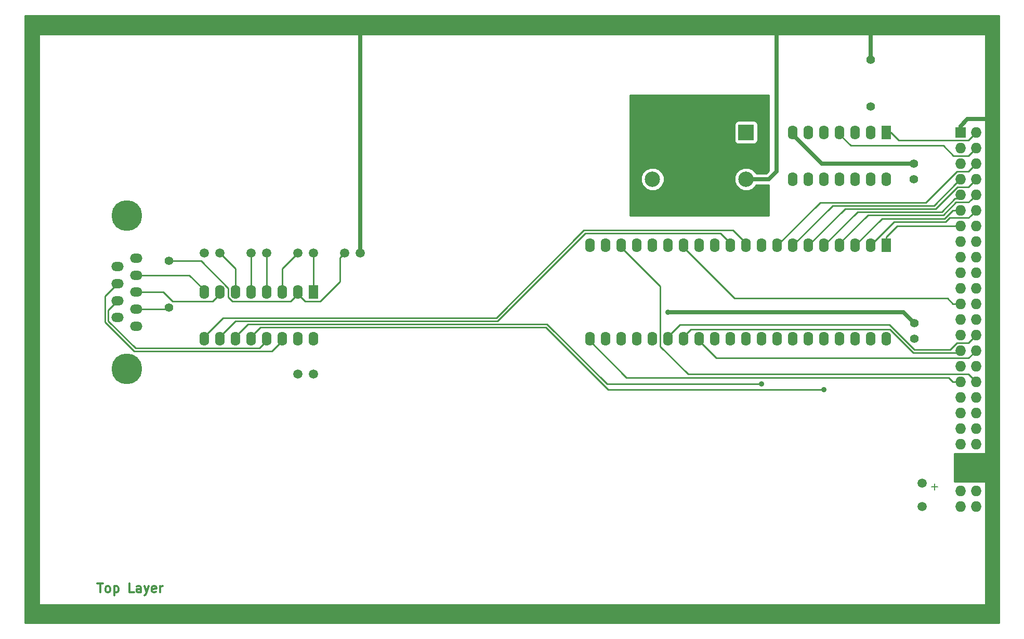
<source format=gbr>
%TF.FileFunction,Copper,L1,Top,Signal*%
%FSLAX46Y46*%
G04 Gerber Fmt 4.6, Leading zero omitted, Abs format (unit mm)*
G04 Created by KiCad (PCBNEW (2014-12-04 BZR 5312)-product) date Wed 04 Feb 2015 08:31:08 AM CET*
%MOMM*%
G01*
G04 APERTURE LIST*
%ADD10C,0.100000*%
%ADD11C,0.300000*%
%ADD12C,0.150000*%
%ADD13R,1.727200X1.727200*%
%ADD14O,1.727200X1.727200*%
%ADD15C,1.397000*%
%ADD16R,1.574800X2.286000*%
%ADD17O,1.574800X2.286000*%
%ADD18R,2.499360X2.499360*%
%ADD19C,2.499360*%
%ADD20C,1.501140*%
%ADD21C,5.001260*%
%ADD22O,1.998980X1.501140*%
%ADD23C,0.889000*%
%ADD24C,0.635000*%
%ADD25C,0.254000*%
G04 APERTURE END LIST*
D10*
D11*
X74688572Y-138878571D02*
X75545715Y-138878571D01*
X75117144Y-140378571D02*
X75117144Y-138878571D01*
X76260001Y-140378571D02*
X76117143Y-140307143D01*
X76045715Y-140235714D01*
X75974286Y-140092857D01*
X75974286Y-139664286D01*
X76045715Y-139521429D01*
X76117143Y-139450000D01*
X76260001Y-139378571D01*
X76474286Y-139378571D01*
X76617143Y-139450000D01*
X76688572Y-139521429D01*
X76760001Y-139664286D01*
X76760001Y-140092857D01*
X76688572Y-140235714D01*
X76617143Y-140307143D01*
X76474286Y-140378571D01*
X76260001Y-140378571D01*
X77402858Y-139378571D02*
X77402858Y-140878571D01*
X77402858Y-139450000D02*
X77545715Y-139378571D01*
X77831429Y-139378571D01*
X77974286Y-139450000D01*
X78045715Y-139521429D01*
X78117144Y-139664286D01*
X78117144Y-140092857D01*
X78045715Y-140235714D01*
X77974286Y-140307143D01*
X77831429Y-140378571D01*
X77545715Y-140378571D01*
X77402858Y-140307143D01*
X80617144Y-140378571D02*
X79902858Y-140378571D01*
X79902858Y-138878571D01*
X81760001Y-140378571D02*
X81760001Y-139592857D01*
X81688572Y-139450000D01*
X81545715Y-139378571D01*
X81260001Y-139378571D01*
X81117144Y-139450000D01*
X81760001Y-140307143D02*
X81617144Y-140378571D01*
X81260001Y-140378571D01*
X81117144Y-140307143D01*
X81045715Y-140164286D01*
X81045715Y-140021429D01*
X81117144Y-139878571D01*
X81260001Y-139807143D01*
X81617144Y-139807143D01*
X81760001Y-139735714D01*
X82331430Y-139378571D02*
X82688573Y-140378571D01*
X83045715Y-139378571D02*
X82688573Y-140378571D01*
X82545715Y-140735714D01*
X82474287Y-140807143D01*
X82331430Y-140878571D01*
X84188572Y-140307143D02*
X84045715Y-140378571D01*
X83760001Y-140378571D01*
X83617144Y-140307143D01*
X83545715Y-140164286D01*
X83545715Y-139592857D01*
X83617144Y-139450000D01*
X83760001Y-139378571D01*
X84045715Y-139378571D01*
X84188572Y-139450000D01*
X84260001Y-139592857D01*
X84260001Y-139735714D01*
X83545715Y-139878571D01*
X84902858Y-140378571D02*
X84902858Y-139378571D01*
X84902858Y-139664286D02*
X84974286Y-139521429D01*
X85045715Y-139450000D01*
X85188572Y-139378571D01*
X85331429Y-139378571D01*
D12*
X211582000Y-123190000D02*
X210566000Y-123190000D01*
X211074000Y-122682000D02*
X211074000Y-123698000D01*
D13*
X215265000Y-65405000D03*
D14*
X217805000Y-65405000D03*
X215265000Y-67945000D03*
X217805000Y-67945000D03*
X215265000Y-70485000D03*
X217805000Y-70485000D03*
X215265000Y-73025000D03*
X217805000Y-73025000D03*
X215265000Y-75565000D03*
X217805000Y-75565000D03*
X215265000Y-78105000D03*
X217805000Y-78105000D03*
X215265000Y-80645000D03*
X217805000Y-80645000D03*
X215265000Y-83185000D03*
X217805000Y-83185000D03*
X215265000Y-85725000D03*
X217805000Y-85725000D03*
X215265000Y-88265000D03*
X217805000Y-88265000D03*
X215265000Y-90805000D03*
X217805000Y-90805000D03*
X215265000Y-93345000D03*
X217805000Y-93345000D03*
X215265000Y-95885000D03*
X217805000Y-95885000D03*
X215265000Y-98425000D03*
X217805000Y-98425000D03*
X215265000Y-100965000D03*
X217805000Y-100965000D03*
X215265000Y-103505000D03*
X217805000Y-103505000D03*
X215265000Y-106045000D03*
X217805000Y-106045000D03*
X215265000Y-108585000D03*
X217805000Y-108585000D03*
X215265000Y-111125000D03*
X217805000Y-111125000D03*
X215265000Y-113665000D03*
X217805000Y-113665000D03*
X215265000Y-116205000D03*
X217805000Y-116205000D03*
X215265000Y-118745000D03*
X217805000Y-118745000D03*
X215265000Y-121285000D03*
X217805000Y-121285000D03*
X215265000Y-123825000D03*
X217805000Y-123825000D03*
X215265000Y-126365000D03*
X217805000Y-126365000D03*
D15*
X207645000Y-73025000D03*
X207645000Y-70485000D03*
X207772000Y-99060000D03*
X207772000Y-96520000D03*
X200660000Y-53594000D03*
X200660000Y-61214000D03*
X86360000Y-93980000D03*
X86360000Y-86360000D03*
D16*
X203200000Y-83820000D03*
D17*
X200660000Y-83820000D03*
X198120000Y-83820000D03*
X195580000Y-83820000D03*
X193040000Y-83820000D03*
X190500000Y-83820000D03*
X187960000Y-83820000D03*
X185420000Y-83820000D03*
X182880000Y-83820000D03*
X180340000Y-83820000D03*
X177800000Y-83820000D03*
X175260000Y-83820000D03*
X172720000Y-83820000D03*
X170180000Y-83820000D03*
X167640000Y-83820000D03*
X165100000Y-83820000D03*
X162560000Y-83820000D03*
X160020000Y-83820000D03*
X157480000Y-83820000D03*
X154940000Y-83820000D03*
X154940000Y-99060000D03*
X157480000Y-99060000D03*
X160020000Y-99060000D03*
X162560000Y-99060000D03*
X165100000Y-99060000D03*
X167640000Y-99060000D03*
X170180000Y-99060000D03*
X172720000Y-99060000D03*
X175260000Y-99060000D03*
X177800000Y-99060000D03*
X180340000Y-99060000D03*
X182880000Y-99060000D03*
X185420000Y-99060000D03*
X187960000Y-99060000D03*
X190500000Y-99060000D03*
X193040000Y-99060000D03*
X195580000Y-99060000D03*
X198120000Y-99060000D03*
X200660000Y-99060000D03*
X203200000Y-99060000D03*
D16*
X203200000Y-65405000D03*
D17*
X200660000Y-65405000D03*
X198120000Y-65405000D03*
X195580000Y-65405000D03*
X193040000Y-65405000D03*
X190500000Y-65405000D03*
X187960000Y-65405000D03*
X187960000Y-73025000D03*
X190500000Y-73025000D03*
X193040000Y-73025000D03*
X195580000Y-73025000D03*
X198120000Y-73025000D03*
X200660000Y-73025000D03*
X203200000Y-73025000D03*
D16*
X109855000Y-91440000D03*
D17*
X107315000Y-91440000D03*
X104775000Y-91440000D03*
X102235000Y-91440000D03*
X99695000Y-91440000D03*
X97155000Y-91440000D03*
X94615000Y-91440000D03*
X92075000Y-91440000D03*
X92075000Y-99060000D03*
X94615000Y-99060000D03*
X97155000Y-99060000D03*
X99695000Y-99060000D03*
X102235000Y-99060000D03*
X104775000Y-99060000D03*
X107315000Y-99060000D03*
X109855000Y-99060000D03*
D18*
X180340000Y-65405000D03*
D19*
X165100000Y-65405000D03*
X165100000Y-73025000D03*
X180340000Y-73025000D03*
D20*
X107315000Y-85090000D03*
X109855000Y-85090000D03*
X99695000Y-85090000D03*
X102235000Y-85090000D03*
X117475000Y-85090000D03*
X114935000Y-85090000D03*
X107315000Y-104775000D03*
X109855000Y-104775000D03*
X209042000Y-126365000D03*
X209042000Y-122555000D03*
X94615000Y-85090000D03*
X92075000Y-85090000D03*
D21*
X79502000Y-103934260D03*
D22*
X81020920Y-91440000D03*
X81020920Y-94211140D03*
X81020920Y-96979740D03*
X81020920Y-88668860D03*
X81020920Y-85900260D03*
X77983080Y-87284560D03*
X77983080Y-90055700D03*
X77983080Y-92824300D03*
X77983080Y-95595440D03*
D21*
X79502000Y-78945740D03*
D23*
X167640000Y-94742000D03*
X182880000Y-106426000D03*
X193040000Y-107315000D03*
D24*
X187960000Y-65760600D02*
X187960000Y-65405000D01*
X192684400Y-70485000D02*
X187960000Y-65760600D01*
X207645000Y-70485000D02*
X192684400Y-70485000D01*
X207772000Y-96520000D02*
X205994000Y-94742000D01*
X205994000Y-94742000D02*
X167640000Y-94742000D01*
X180340000Y-73025000D02*
X184023000Y-73025000D01*
X185293000Y-71755000D02*
X185293000Y-48895000D01*
X184023000Y-73025000D02*
X185293000Y-71755000D01*
X117475000Y-85090000D02*
X117475000Y-48133000D01*
X200660000Y-53594000D02*
X200660000Y-49276000D01*
X217164466Y-63246000D02*
X219456000Y-63246000D01*
X216408000Y-63246000D02*
X217164466Y-63246000D01*
X215265000Y-64389000D02*
X216408000Y-63246000D01*
X215265000Y-65405000D02*
X215265000Y-64389000D01*
D25*
X216535000Y-66675000D02*
X217805000Y-65405000D01*
X205232000Y-66675000D02*
X216535000Y-66675000D01*
X203962000Y-65405000D02*
X205232000Y-66675000D01*
X203200000Y-65405000D02*
X203962000Y-65405000D01*
X214043686Y-106045000D02*
X215265000Y-106045000D01*
X154940000Y-99415600D02*
X160870899Y-105346499D01*
X154940000Y-99060000D02*
X154940000Y-99415600D01*
X213345185Y-105346499D02*
X214043686Y-106045000D01*
X160870899Y-105346499D02*
X213345185Y-105346499D01*
X214043686Y-93345000D02*
X215265000Y-93345000D01*
X213154686Y-92456000D02*
X214043686Y-93345000D01*
X178460400Y-92456000D02*
X213154686Y-92456000D01*
X170180000Y-84175600D02*
X178460400Y-92456000D01*
X170180000Y-83820000D02*
X170180000Y-84175600D01*
X160020000Y-83820000D02*
X160020000Y-84175600D01*
X216560399Y-104800399D02*
X216941401Y-105181401D01*
X160020000Y-84175600D02*
X166370000Y-90525600D01*
X166370000Y-90525600D02*
X166370000Y-100266500D01*
X166370000Y-100266500D02*
X170903899Y-104800399D01*
X170903899Y-104800399D02*
X216560399Y-104800399D01*
X216941401Y-105181401D02*
X217805000Y-106045000D01*
X216535000Y-69215000D02*
X217805000Y-67945000D01*
X214122000Y-69215000D02*
X216535000Y-69215000D01*
X212471000Y-67564000D02*
X214122000Y-69215000D01*
X197383400Y-67564000D02*
X212471000Y-67564000D01*
X195580000Y-65760600D02*
X197383400Y-67564000D01*
X195580000Y-65405000D02*
X195580000Y-65760600D01*
X80772000Y-88668860D02*
X89659460Y-88668860D01*
X89659460Y-88668860D02*
X92075000Y-91084400D01*
X92075000Y-91084400D02*
X92075000Y-91440000D01*
X92075000Y-91084400D02*
X91668600Y-90678000D01*
X91694000Y-91821000D02*
X92075000Y-91440000D01*
X80772000Y-91440000D02*
X85417662Y-91440000D01*
X85417662Y-91440000D02*
X86941672Y-92964010D01*
X86941672Y-92964010D02*
X93446590Y-92964010D01*
X93446590Y-92964010D02*
X94615000Y-91795600D01*
X94615000Y-91795600D02*
X94615000Y-91440000D01*
X80772000Y-94211140D02*
X86128860Y-94211140D01*
X86128860Y-94211140D02*
X86360000Y-93980000D01*
X101066590Y-100584010D02*
X80899010Y-100584010D01*
X80899010Y-100584010D02*
X76454000Y-96139000D01*
X77983080Y-92824300D02*
X78232000Y-92824300D01*
X102235000Y-99060000D02*
X102235000Y-99415600D01*
X76454000Y-94353380D02*
X77983080Y-92824300D01*
X102235000Y-99415600D02*
X101066590Y-100584010D01*
X76454000Y-96139000D02*
X76454000Y-94353380D01*
X102235000Y-99060000D02*
X102235000Y-98704400D01*
X80688586Y-101092020D02*
X103098580Y-101092020D01*
X75945990Y-96349424D02*
X80688586Y-101092020D01*
X104775000Y-99415600D02*
X104775000Y-99060000D01*
X78232000Y-90055700D02*
X77983080Y-90055700D01*
X103098580Y-101092020D02*
X104775000Y-99415600D01*
X75945990Y-92092790D02*
X75945990Y-96349424D01*
X77983080Y-90055700D02*
X75945990Y-92092790D01*
X180340000Y-83820000D02*
X180340000Y-83464400D01*
X180340000Y-83464400D02*
X178219091Y-81343491D01*
X178219091Y-81343491D02*
X153924009Y-81343491D01*
X153924009Y-81343491D02*
X139636500Y-95631000D01*
X139636500Y-95631000D02*
X95148400Y-95631000D01*
X95148400Y-95631000D02*
X92075000Y-98704400D01*
X92075000Y-98704400D02*
X92075000Y-99060000D01*
X94615000Y-98704400D02*
X94615000Y-99060000D01*
X176187101Y-81851501D02*
X154134433Y-81851501D01*
X139846924Y-96139010D02*
X97180390Y-96139010D01*
X177800000Y-83820000D02*
X177800000Y-83464400D01*
X154134433Y-81851501D02*
X139846924Y-96139010D01*
X177800000Y-83464400D02*
X176187101Y-81851501D01*
X97180390Y-96139010D02*
X94615000Y-98704400D01*
X97155000Y-98704400D02*
X99212380Y-96647020D01*
X182251383Y-106426000D02*
X182880000Y-106426000D01*
X97155000Y-99060000D02*
X97155000Y-98704400D01*
X157690434Y-106426000D02*
X182251383Y-106426000D01*
X147911454Y-96647020D02*
X157690434Y-106426000D01*
X99212380Y-96647020D02*
X147911454Y-96647020D01*
X99695000Y-98704400D02*
X101244371Y-97155029D01*
X99695000Y-99060000D02*
X99695000Y-98704400D01*
X101244371Y-97155029D02*
X147701029Y-97155029D01*
X147701029Y-97155029D02*
X157861000Y-107315000D01*
X157861000Y-107315000D02*
X192411383Y-107315000D01*
X192411383Y-107315000D02*
X193040000Y-107315000D01*
X107315000Y-85090000D02*
X104775000Y-87630000D01*
X104775000Y-87630000D02*
X104775000Y-91440000D01*
X109855000Y-85090000D02*
X109855000Y-91440000D01*
X99695000Y-85090000D02*
X99695000Y-91440000D01*
X102235000Y-85090000D02*
X102235000Y-91440000D01*
X97155000Y-87630000D02*
X97155000Y-91440000D01*
X94615000Y-85090000D02*
X97155000Y-87630000D01*
X86360000Y-86360000D02*
X91542981Y-86360000D01*
X95986590Y-90803609D02*
X95986590Y-92279571D01*
X91542981Y-86360000D02*
X95986590Y-90803609D01*
X95986590Y-92279571D02*
X96671029Y-92964010D01*
X96671029Y-92964010D02*
X106146590Y-92964010D01*
X106146590Y-92964010D02*
X107315000Y-91795600D01*
X107315000Y-91795600D02*
X107315000Y-91440000D01*
X107315000Y-91795600D02*
X108483401Y-92964001D01*
X108483401Y-92964001D02*
X110947201Y-92964001D01*
X110947201Y-92964001D02*
X114184431Y-89726771D01*
X114184431Y-89726771D02*
X114184431Y-85840569D01*
X114184431Y-85840569D02*
X114935000Y-85090000D01*
X216941401Y-71348599D02*
X217805000Y-70485000D01*
X216509601Y-71780399D02*
X216941401Y-71348599D01*
X214667591Y-71780399D02*
X216509601Y-71780399D01*
X209612990Y-76835000D02*
X214667591Y-71780399D01*
X192405000Y-76835000D02*
X209612990Y-76835000D01*
X185420000Y-83820000D02*
X192405000Y-76835000D01*
X214630000Y-73660000D02*
X215265000Y-73025000D01*
X210946991Y-77343009D02*
X214630000Y-73660000D01*
X194436991Y-77343009D02*
X210946991Y-77343009D01*
X187960000Y-83820000D02*
X194436991Y-77343009D01*
X216941401Y-73888599D02*
X217805000Y-73025000D01*
X216509601Y-74320399D02*
X216941401Y-73888599D01*
X214731601Y-74320399D02*
X216509601Y-74320399D01*
X211200982Y-77851018D02*
X214731601Y-74320399D01*
X196468982Y-77851018D02*
X211200982Y-77851018D01*
X190500000Y-83820000D02*
X196468982Y-77851018D01*
X214630000Y-76200000D02*
X215265000Y-75565000D01*
X214376000Y-76200000D02*
X214630000Y-76200000D01*
X212216973Y-78359027D02*
X214376000Y-76200000D01*
X198500973Y-78359027D02*
X212216973Y-78359027D01*
X193040000Y-83820000D02*
X198500973Y-78359027D01*
X216560399Y-76809601D02*
X216941401Y-76428599D01*
X216941401Y-76428599D02*
X217805000Y-75565000D01*
X212470964Y-78867036D02*
X214528399Y-76809601D01*
X200177364Y-78867036D02*
X212470964Y-78867036D01*
X195580000Y-83464400D02*
X200177364Y-78867036D01*
X214528399Y-76809601D02*
X216560399Y-76809601D01*
X195580000Y-83820000D02*
X195580000Y-83464400D01*
X214043686Y-78105000D02*
X215265000Y-78105000D01*
X213995000Y-78105000D02*
X214043686Y-78105000D01*
X212661500Y-79438500D02*
X213995000Y-78105000D01*
X202501500Y-79438500D02*
X212661500Y-79438500D01*
X198120000Y-83820000D02*
X202501500Y-79438500D01*
X216560399Y-79349601D02*
X216941401Y-78968599D01*
X216941401Y-78968599D02*
X217805000Y-78105000D01*
X212852000Y-80010000D02*
X213512399Y-79349601D01*
X204470000Y-80010000D02*
X212852000Y-80010000D01*
X213512399Y-79349601D02*
X216560399Y-79349601D01*
X200660000Y-83820000D02*
X204470000Y-80010000D01*
X215201500Y-80581500D02*
X215265000Y-80645000D01*
X214043686Y-80645000D02*
X215265000Y-80645000D01*
X204978000Y-80645000D02*
X214043686Y-80645000D01*
X203200000Y-82423000D02*
X204978000Y-80645000D01*
X203200000Y-83820000D02*
X203200000Y-82423000D01*
X167640000Y-98704400D02*
X167640000Y-99060000D01*
X169570400Y-96774000D02*
X167640000Y-98704400D01*
X207772000Y-100838000D02*
X203708000Y-96774000D01*
X203708000Y-96774000D02*
X169570400Y-96774000D01*
X213549990Y-100838000D02*
X207772000Y-100838000D01*
X214692990Y-99695000D02*
X213549990Y-100838000D01*
X216535000Y-99695000D02*
X214692990Y-99695000D01*
X217805000Y-98425000D02*
X216535000Y-99695000D01*
X170180000Y-98704400D02*
X170180000Y-99060000D01*
X203751556Y-97535990D02*
X171348410Y-97535990D01*
X207561575Y-101346009D02*
X203751556Y-97535990D01*
X214883991Y-101346009D02*
X207561575Y-101346009D01*
X215265000Y-100965000D02*
X214883991Y-101346009D01*
X171348410Y-97535990D02*
X170180000Y-98704400D01*
X172720000Y-99415600D02*
X172720000Y-99060000D01*
X175514001Y-102209601D02*
X172720000Y-99415600D01*
X216560399Y-102209601D02*
X175514001Y-102209601D01*
X217805000Y-100965000D02*
X216560399Y-102209601D01*
G36*
X221565000Y-145365000D02*
X219329000Y-145365000D01*
X219329000Y-142367000D01*
X219329000Y-122301000D01*
X217824903Y-122301000D01*
X217805000Y-122297041D01*
X217785096Y-122301000D01*
X215284903Y-122301000D01*
X215265000Y-122297041D01*
X215245096Y-122301000D01*
X214249000Y-122301000D01*
X214249000Y-117729000D01*
X215245096Y-117729000D01*
X215265000Y-117732959D01*
X215284903Y-117729000D01*
X217785096Y-117729000D01*
X217805000Y-117732959D01*
X217824903Y-117729000D01*
X219329000Y-117729000D01*
X219329000Y-49403000D01*
X65151000Y-49403000D01*
X65151000Y-142367000D01*
X219329000Y-142367000D01*
X219329000Y-145365000D01*
X62915000Y-145365000D01*
X62915000Y-46405000D01*
X221565000Y-46405000D01*
X221565000Y-145365000D01*
X221565000Y-145365000D01*
G37*
X221565000Y-145365000D02*
X219329000Y-145365000D01*
X219329000Y-142367000D01*
X219329000Y-122301000D01*
X217824903Y-122301000D01*
X217805000Y-122297041D01*
X217785096Y-122301000D01*
X215284903Y-122301000D01*
X215265000Y-122297041D01*
X215245096Y-122301000D01*
X214249000Y-122301000D01*
X214249000Y-117729000D01*
X215245096Y-117729000D01*
X215265000Y-117732959D01*
X215284903Y-117729000D01*
X217785096Y-117729000D01*
X217805000Y-117732959D01*
X217824903Y-117729000D01*
X219329000Y-117729000D01*
X219329000Y-49403000D01*
X65151000Y-49403000D01*
X65151000Y-142367000D01*
X219329000Y-142367000D01*
X219329000Y-145365000D01*
X62915000Y-145365000D01*
X62915000Y-46405000D01*
X221565000Y-46405000D01*
X221565000Y-145365000D01*
G36*
X184023000Y-78994000D02*
X166985006Y-78994000D01*
X166985006Y-72651759D01*
X166698686Y-71958809D01*
X166168979Y-71428178D01*
X165476531Y-71140648D01*
X164726759Y-71139994D01*
X164033809Y-71426314D01*
X163503178Y-71956021D01*
X163215648Y-72648469D01*
X163214994Y-73398241D01*
X163501314Y-74091191D01*
X164031021Y-74621822D01*
X164723469Y-74909352D01*
X165473241Y-74910006D01*
X166166191Y-74623686D01*
X166696822Y-74093979D01*
X166984352Y-73401531D01*
X166985006Y-72651759D01*
X166985006Y-78994000D01*
X161417000Y-78994000D01*
X161417000Y-59309000D01*
X184023000Y-59309000D01*
X184023000Y-71677962D01*
X183628462Y-72072500D01*
X182237120Y-72072500D01*
X182237120Y-66654680D01*
X182237120Y-64155320D01*
X182190143Y-63913197D01*
X182050353Y-63700393D01*
X181839320Y-63557943D01*
X181589680Y-63507880D01*
X179090320Y-63507880D01*
X178848197Y-63554857D01*
X178635393Y-63694647D01*
X178492943Y-63905680D01*
X178442880Y-64155320D01*
X178442880Y-66654680D01*
X178489857Y-66896803D01*
X178629647Y-67109607D01*
X178840680Y-67252057D01*
X179090320Y-67302120D01*
X181589680Y-67302120D01*
X181831803Y-67255143D01*
X182044607Y-67115353D01*
X182187057Y-66904320D01*
X182237120Y-66654680D01*
X182237120Y-72072500D01*
X181985661Y-72072500D01*
X181938686Y-71958809D01*
X181408979Y-71428178D01*
X180716531Y-71140648D01*
X179966759Y-71139994D01*
X179273809Y-71426314D01*
X178743178Y-71956021D01*
X178455648Y-72648469D01*
X178454994Y-73398241D01*
X178741314Y-74091191D01*
X179271021Y-74621822D01*
X179963469Y-74909352D01*
X180713241Y-74910006D01*
X181406191Y-74623686D01*
X181936822Y-74093979D01*
X181985188Y-73977500D01*
X184023000Y-73977500D01*
X184023000Y-78994000D01*
X184023000Y-78994000D01*
G37*
X184023000Y-78994000D02*
X166985006Y-78994000D01*
X166985006Y-72651759D01*
X166698686Y-71958809D01*
X166168979Y-71428178D01*
X165476531Y-71140648D01*
X164726759Y-71139994D01*
X164033809Y-71426314D01*
X163503178Y-71956021D01*
X163215648Y-72648469D01*
X163214994Y-73398241D01*
X163501314Y-74091191D01*
X164031021Y-74621822D01*
X164723469Y-74909352D01*
X165473241Y-74910006D01*
X166166191Y-74623686D01*
X166696822Y-74093979D01*
X166984352Y-73401531D01*
X166985006Y-72651759D01*
X166985006Y-78994000D01*
X161417000Y-78994000D01*
X161417000Y-59309000D01*
X184023000Y-59309000D01*
X184023000Y-71677962D01*
X183628462Y-72072500D01*
X182237120Y-72072500D01*
X182237120Y-66654680D01*
X182237120Y-64155320D01*
X182190143Y-63913197D01*
X182050353Y-63700393D01*
X181839320Y-63557943D01*
X181589680Y-63507880D01*
X179090320Y-63507880D01*
X178848197Y-63554857D01*
X178635393Y-63694647D01*
X178492943Y-63905680D01*
X178442880Y-64155320D01*
X178442880Y-66654680D01*
X178489857Y-66896803D01*
X178629647Y-67109607D01*
X178840680Y-67252057D01*
X179090320Y-67302120D01*
X181589680Y-67302120D01*
X181831803Y-67255143D01*
X182044607Y-67115353D01*
X182187057Y-66904320D01*
X182237120Y-66654680D01*
X182237120Y-72072500D01*
X181985661Y-72072500D01*
X181938686Y-71958809D01*
X181408979Y-71428178D01*
X180716531Y-71140648D01*
X179966759Y-71139994D01*
X179273809Y-71426314D01*
X178743178Y-71956021D01*
X178455648Y-72648469D01*
X178454994Y-73398241D01*
X178741314Y-74091191D01*
X179271021Y-74621822D01*
X179963469Y-74909352D01*
X180713241Y-74910006D01*
X181406191Y-74623686D01*
X181936822Y-74093979D01*
X181985188Y-73977500D01*
X184023000Y-73977500D01*
X184023000Y-78994000D01*
M02*

</source>
